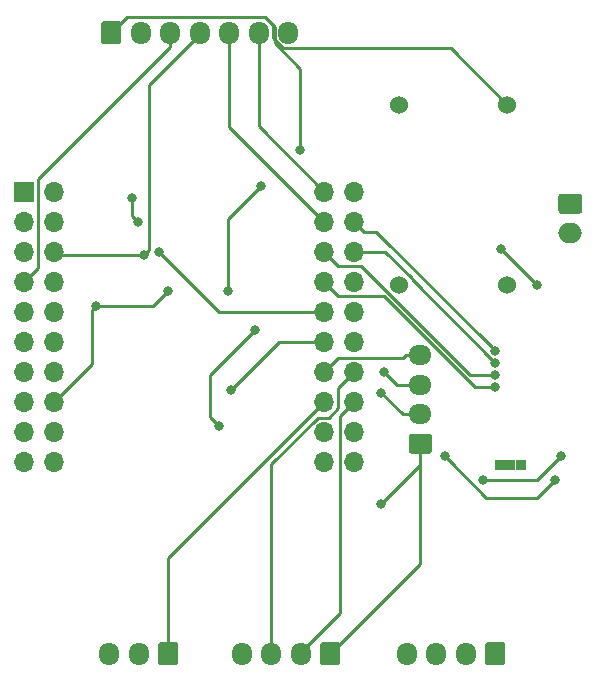
<source format=gbr>
G04 #@! TF.GenerationSoftware,KiCad,Pcbnew,5.0.0-fee4fd1~66~ubuntu16.04.1*
G04 #@! TF.CreationDate,2018-10-28T11:18:26+01:00*
G04 #@! TF.ProjectId,balancebot,62616C616E6365626F742E6B69636164,rev?*
G04 #@! TF.SameCoordinates,Original*
G04 #@! TF.FileFunction,Copper,L2,Bot,Signal*
G04 #@! TF.FilePolarity,Positive*
%FSLAX46Y46*%
G04 Gerber Fmt 4.6, Leading zero omitted, Abs format (unit mm)*
G04 Created by KiCad (PCBNEW 5.0.0-fee4fd1~66~ubuntu16.04.1) date Sun Oct 28 11:18:26 2018*
%MOMM*%
%LPD*%
G01*
G04 APERTURE LIST*
G04 #@! TA.AperFunction,Conductor*
%ADD10C,0.100000*%
G04 #@! TD*
G04 #@! TA.AperFunction,ComponentPad*
%ADD11C,1.700000*%
G04 #@! TD*
G04 #@! TA.AperFunction,ComponentPad*
%ADD12O,1.700000X1.950000*%
G04 #@! TD*
G04 #@! TA.AperFunction,ComponentPad*
%ADD13O,2.000000X1.700000*%
G04 #@! TD*
G04 #@! TA.AperFunction,ComponentPad*
%ADD14O,1.950000X1.700000*%
G04 #@! TD*
G04 #@! TA.AperFunction,ComponentPad*
%ADD15R,0.900000X0.900000*%
G04 #@! TD*
G04 #@! TA.AperFunction,ComponentPad*
%ADD16C,1.524000*%
G04 #@! TD*
G04 #@! TA.AperFunction,ComponentPad*
%ADD17O,1.700000X1.700000*%
G04 #@! TD*
G04 #@! TA.AperFunction,ComponentPad*
%ADD18R,1.700000X1.700000*%
G04 #@! TD*
G04 #@! TA.AperFunction,ViaPad*
%ADD19C,0.800000*%
G04 #@! TD*
G04 #@! TA.AperFunction,Conductor*
%ADD20C,0.250000*%
G04 #@! TD*
G04 APERTURE END LIST*
D10*
G04 #@! TO.N,Net-(J1-Pad1)*
G04 #@! TO.C,J1*
G36*
X157850504Y-105960204D02*
X157874773Y-105963804D01*
X157898571Y-105969765D01*
X157921671Y-105978030D01*
X157943849Y-105988520D01*
X157964893Y-106001133D01*
X157984598Y-106015747D01*
X158002777Y-106032223D01*
X158019253Y-106050402D01*
X158033867Y-106070107D01*
X158046480Y-106091151D01*
X158056970Y-106113329D01*
X158065235Y-106136429D01*
X158071196Y-106160227D01*
X158074796Y-106184496D01*
X158076000Y-106209000D01*
X158076000Y-107659000D01*
X158074796Y-107683504D01*
X158071196Y-107707773D01*
X158065235Y-107731571D01*
X158056970Y-107754671D01*
X158046480Y-107776849D01*
X158033867Y-107797893D01*
X158019253Y-107817598D01*
X158002777Y-107835777D01*
X157984598Y-107852253D01*
X157964893Y-107866867D01*
X157943849Y-107879480D01*
X157921671Y-107889970D01*
X157898571Y-107898235D01*
X157874773Y-107904196D01*
X157850504Y-107907796D01*
X157826000Y-107909000D01*
X156626000Y-107909000D01*
X156601496Y-107907796D01*
X156577227Y-107904196D01*
X156553429Y-107898235D01*
X156530329Y-107889970D01*
X156508151Y-107879480D01*
X156487107Y-107866867D01*
X156467402Y-107852253D01*
X156449223Y-107835777D01*
X156432747Y-107817598D01*
X156418133Y-107797893D01*
X156405520Y-107776849D01*
X156395030Y-107754671D01*
X156386765Y-107731571D01*
X156380804Y-107707773D01*
X156377204Y-107683504D01*
X156376000Y-107659000D01*
X156376000Y-106209000D01*
X156377204Y-106184496D01*
X156380804Y-106160227D01*
X156386765Y-106136429D01*
X156395030Y-106113329D01*
X156405520Y-106091151D01*
X156418133Y-106070107D01*
X156432747Y-106050402D01*
X156449223Y-106032223D01*
X156467402Y-106015747D01*
X156487107Y-106001133D01*
X156508151Y-105988520D01*
X156530329Y-105978030D01*
X156553429Y-105969765D01*
X156577227Y-105963804D01*
X156601496Y-105960204D01*
X156626000Y-105959000D01*
X157826000Y-105959000D01*
X157850504Y-105960204D01*
X157850504Y-105960204D01*
G37*
D11*
G04 #@! TD*
G04 #@! TO.P,J1,1*
G04 #@! TO.N,Net-(J1-Pad1)*
X157226000Y-106934000D03*
D12*
G04 #@! TO.P,J1,2*
G04 #@! TO.N,Net-(J1-Pad2)*
X154726000Y-106934000D03*
G04 #@! TO.P,J1,3*
G04 #@! TO.N,Net-(J1-Pad3)*
X152226000Y-106934000D03*
G04 #@! TO.P,J1,4*
G04 #@! TO.N,Net-(J1-Pad4)*
X149726000Y-106934000D03*
G04 #@! TD*
D10*
G04 #@! TO.N,+BATT*
G04 #@! TO.C,J2*
G36*
X164350504Y-67985204D02*
X164374773Y-67988804D01*
X164398571Y-67994765D01*
X164421671Y-68003030D01*
X164443849Y-68013520D01*
X164464893Y-68026133D01*
X164484598Y-68040747D01*
X164502777Y-68057223D01*
X164519253Y-68075402D01*
X164533867Y-68095107D01*
X164546480Y-68116151D01*
X164556970Y-68138329D01*
X164565235Y-68161429D01*
X164571196Y-68185227D01*
X164574796Y-68209496D01*
X164576000Y-68234000D01*
X164576000Y-69434000D01*
X164574796Y-69458504D01*
X164571196Y-69482773D01*
X164565235Y-69506571D01*
X164556970Y-69529671D01*
X164546480Y-69551849D01*
X164533867Y-69572893D01*
X164519253Y-69592598D01*
X164502777Y-69610777D01*
X164484598Y-69627253D01*
X164464893Y-69641867D01*
X164443849Y-69654480D01*
X164421671Y-69664970D01*
X164398571Y-69673235D01*
X164374773Y-69679196D01*
X164350504Y-69682796D01*
X164326000Y-69684000D01*
X162826000Y-69684000D01*
X162801496Y-69682796D01*
X162777227Y-69679196D01*
X162753429Y-69673235D01*
X162730329Y-69664970D01*
X162708151Y-69654480D01*
X162687107Y-69641867D01*
X162667402Y-69627253D01*
X162649223Y-69610777D01*
X162632747Y-69592598D01*
X162618133Y-69572893D01*
X162605520Y-69551849D01*
X162595030Y-69529671D01*
X162586765Y-69506571D01*
X162580804Y-69482773D01*
X162577204Y-69458504D01*
X162576000Y-69434000D01*
X162576000Y-68234000D01*
X162577204Y-68209496D01*
X162580804Y-68185227D01*
X162586765Y-68161429D01*
X162595030Y-68138329D01*
X162605520Y-68116151D01*
X162618133Y-68095107D01*
X162632747Y-68075402D01*
X162649223Y-68057223D01*
X162667402Y-68040747D01*
X162687107Y-68026133D01*
X162708151Y-68013520D01*
X162730329Y-68003030D01*
X162753429Y-67994765D01*
X162777227Y-67988804D01*
X162801496Y-67985204D01*
X162826000Y-67984000D01*
X164326000Y-67984000D01*
X164350504Y-67985204D01*
X164350504Y-67985204D01*
G37*
D11*
G04 #@! TD*
G04 #@! TO.P,J2,1*
G04 #@! TO.N,+BATT*
X163576000Y-68834000D03*
D13*
G04 #@! TO.P,J2,2*
G04 #@! TO.N,GND*
X163576000Y-71334000D03*
G04 #@! TD*
D10*
G04 #@! TO.N,+5V*
G04 #@! TO.C,J3*
G36*
X130164504Y-105960204D02*
X130188773Y-105963804D01*
X130212571Y-105969765D01*
X130235671Y-105978030D01*
X130257849Y-105988520D01*
X130278893Y-106001133D01*
X130298598Y-106015747D01*
X130316777Y-106032223D01*
X130333253Y-106050402D01*
X130347867Y-106070107D01*
X130360480Y-106091151D01*
X130370970Y-106113329D01*
X130379235Y-106136429D01*
X130385196Y-106160227D01*
X130388796Y-106184496D01*
X130390000Y-106209000D01*
X130390000Y-107659000D01*
X130388796Y-107683504D01*
X130385196Y-107707773D01*
X130379235Y-107731571D01*
X130370970Y-107754671D01*
X130360480Y-107776849D01*
X130347867Y-107797893D01*
X130333253Y-107817598D01*
X130316777Y-107835777D01*
X130298598Y-107852253D01*
X130278893Y-107866867D01*
X130257849Y-107879480D01*
X130235671Y-107889970D01*
X130212571Y-107898235D01*
X130188773Y-107904196D01*
X130164504Y-107907796D01*
X130140000Y-107909000D01*
X128940000Y-107909000D01*
X128915496Y-107907796D01*
X128891227Y-107904196D01*
X128867429Y-107898235D01*
X128844329Y-107889970D01*
X128822151Y-107879480D01*
X128801107Y-107866867D01*
X128781402Y-107852253D01*
X128763223Y-107835777D01*
X128746747Y-107817598D01*
X128732133Y-107797893D01*
X128719520Y-107776849D01*
X128709030Y-107754671D01*
X128700765Y-107731571D01*
X128694804Y-107707773D01*
X128691204Y-107683504D01*
X128690000Y-107659000D01*
X128690000Y-106209000D01*
X128691204Y-106184496D01*
X128694804Y-106160227D01*
X128700765Y-106136429D01*
X128709030Y-106113329D01*
X128719520Y-106091151D01*
X128732133Y-106070107D01*
X128746747Y-106050402D01*
X128763223Y-106032223D01*
X128781402Y-106015747D01*
X128801107Y-106001133D01*
X128822151Y-105988520D01*
X128844329Y-105978030D01*
X128867429Y-105969765D01*
X128891227Y-105963804D01*
X128915496Y-105960204D01*
X128940000Y-105959000D01*
X130140000Y-105959000D01*
X130164504Y-105960204D01*
X130164504Y-105960204D01*
G37*
D11*
G04 #@! TD*
G04 #@! TO.P,J3,1*
G04 #@! TO.N,+5V*
X129540000Y-106934000D03*
D12*
G04 #@! TO.P,J3,2*
G04 #@! TO.N,Net-(J3-Pad2)*
X127040000Y-106934000D03*
G04 #@! TO.P,J3,3*
G04 #@! TO.N,GND*
X124540000Y-106934000D03*
G04 #@! TD*
G04 #@! TO.P,J4,4*
G04 #@! TO.N,GND*
X135756000Y-106934000D03*
G04 #@! TO.P,J4,3*
G04 #@! TO.N,IO0*
X138256000Y-106934000D03*
G04 #@! TO.P,J4,2*
G04 #@! TO.N,IO2*
X140756000Y-106934000D03*
D10*
G04 #@! TD*
G04 #@! TO.N,+3V3*
G04 #@! TO.C,J4*
G36*
X143880504Y-105960204D02*
X143904773Y-105963804D01*
X143928571Y-105969765D01*
X143951671Y-105978030D01*
X143973849Y-105988520D01*
X143994893Y-106001133D01*
X144014598Y-106015747D01*
X144032777Y-106032223D01*
X144049253Y-106050402D01*
X144063867Y-106070107D01*
X144076480Y-106091151D01*
X144086970Y-106113329D01*
X144095235Y-106136429D01*
X144101196Y-106160227D01*
X144104796Y-106184496D01*
X144106000Y-106209000D01*
X144106000Y-107659000D01*
X144104796Y-107683504D01*
X144101196Y-107707773D01*
X144095235Y-107731571D01*
X144086970Y-107754671D01*
X144076480Y-107776849D01*
X144063867Y-107797893D01*
X144049253Y-107817598D01*
X144032777Y-107835777D01*
X144014598Y-107852253D01*
X143994893Y-107866867D01*
X143973849Y-107879480D01*
X143951671Y-107889970D01*
X143928571Y-107898235D01*
X143904773Y-107904196D01*
X143880504Y-107907796D01*
X143856000Y-107909000D01*
X142656000Y-107909000D01*
X142631496Y-107907796D01*
X142607227Y-107904196D01*
X142583429Y-107898235D01*
X142560329Y-107889970D01*
X142538151Y-107879480D01*
X142517107Y-107866867D01*
X142497402Y-107852253D01*
X142479223Y-107835777D01*
X142462747Y-107817598D01*
X142448133Y-107797893D01*
X142435520Y-107776849D01*
X142425030Y-107754671D01*
X142416765Y-107731571D01*
X142410804Y-107707773D01*
X142407204Y-107683504D01*
X142406000Y-107659000D01*
X142406000Y-106209000D01*
X142407204Y-106184496D01*
X142410804Y-106160227D01*
X142416765Y-106136429D01*
X142425030Y-106113329D01*
X142435520Y-106091151D01*
X142448133Y-106070107D01*
X142462747Y-106050402D01*
X142479223Y-106032223D01*
X142497402Y-106015747D01*
X142517107Y-106001133D01*
X142538151Y-105988520D01*
X142560329Y-105978030D01*
X142583429Y-105969765D01*
X142607227Y-105963804D01*
X142631496Y-105960204D01*
X142656000Y-105959000D01*
X143856000Y-105959000D01*
X143880504Y-105960204D01*
X143880504Y-105960204D01*
G37*
D11*
G04 #@! TO.P,J4,1*
G04 #@! TO.N,+3V3*
X143256000Y-106934000D03*
G04 #@! TD*
D10*
G04 #@! TO.N,+3V3*
G04 #@! TO.C,J5*
G36*
X151625504Y-88305204D02*
X151649773Y-88308804D01*
X151673571Y-88314765D01*
X151696671Y-88323030D01*
X151718849Y-88333520D01*
X151739893Y-88346133D01*
X151759598Y-88360747D01*
X151777777Y-88377223D01*
X151794253Y-88395402D01*
X151808867Y-88415107D01*
X151821480Y-88436151D01*
X151831970Y-88458329D01*
X151840235Y-88481429D01*
X151846196Y-88505227D01*
X151849796Y-88529496D01*
X151851000Y-88554000D01*
X151851000Y-89754000D01*
X151849796Y-89778504D01*
X151846196Y-89802773D01*
X151840235Y-89826571D01*
X151831970Y-89849671D01*
X151821480Y-89871849D01*
X151808867Y-89892893D01*
X151794253Y-89912598D01*
X151777777Y-89930777D01*
X151759598Y-89947253D01*
X151739893Y-89961867D01*
X151718849Y-89974480D01*
X151696671Y-89984970D01*
X151673571Y-89993235D01*
X151649773Y-89999196D01*
X151625504Y-90002796D01*
X151601000Y-90004000D01*
X150151000Y-90004000D01*
X150126496Y-90002796D01*
X150102227Y-89999196D01*
X150078429Y-89993235D01*
X150055329Y-89984970D01*
X150033151Y-89974480D01*
X150012107Y-89961867D01*
X149992402Y-89947253D01*
X149974223Y-89930777D01*
X149957747Y-89912598D01*
X149943133Y-89892893D01*
X149930520Y-89871849D01*
X149920030Y-89849671D01*
X149911765Y-89826571D01*
X149905804Y-89802773D01*
X149902204Y-89778504D01*
X149901000Y-89754000D01*
X149901000Y-88554000D01*
X149902204Y-88529496D01*
X149905804Y-88505227D01*
X149911765Y-88481429D01*
X149920030Y-88458329D01*
X149930520Y-88436151D01*
X149943133Y-88415107D01*
X149957747Y-88395402D01*
X149974223Y-88377223D01*
X149992402Y-88360747D01*
X150012107Y-88346133D01*
X150033151Y-88333520D01*
X150055329Y-88323030D01*
X150078429Y-88314765D01*
X150102227Y-88308804D01*
X150126496Y-88305204D01*
X150151000Y-88304000D01*
X151601000Y-88304000D01*
X151625504Y-88305204D01*
X151625504Y-88305204D01*
G37*
D11*
G04 #@! TD*
G04 #@! TO.P,J5,1*
G04 #@! TO.N,+3V3*
X150876000Y-89154000D03*
D14*
G04 #@! TO.P,J5,2*
G04 #@! TO.N,IO4*
X150876000Y-86654000D03*
G04 #@! TO.P,J5,3*
G04 #@! TO.N,IO17*
X150876000Y-84154000D03*
G04 #@! TO.P,J5,4*
G04 #@! TO.N,GND*
X150876000Y-81654000D03*
G04 #@! TD*
D10*
G04 #@! TO.N,+5V*
G04 #@! TO.C,J6*
G36*
X125338504Y-53382204D02*
X125362773Y-53385804D01*
X125386571Y-53391765D01*
X125409671Y-53400030D01*
X125431849Y-53410520D01*
X125452893Y-53423133D01*
X125472598Y-53437747D01*
X125490777Y-53454223D01*
X125507253Y-53472402D01*
X125521867Y-53492107D01*
X125534480Y-53513151D01*
X125544970Y-53535329D01*
X125553235Y-53558429D01*
X125559196Y-53582227D01*
X125562796Y-53606496D01*
X125564000Y-53631000D01*
X125564000Y-55081000D01*
X125562796Y-55105504D01*
X125559196Y-55129773D01*
X125553235Y-55153571D01*
X125544970Y-55176671D01*
X125534480Y-55198849D01*
X125521867Y-55219893D01*
X125507253Y-55239598D01*
X125490777Y-55257777D01*
X125472598Y-55274253D01*
X125452893Y-55288867D01*
X125431849Y-55301480D01*
X125409671Y-55311970D01*
X125386571Y-55320235D01*
X125362773Y-55326196D01*
X125338504Y-55329796D01*
X125314000Y-55331000D01*
X124114000Y-55331000D01*
X124089496Y-55329796D01*
X124065227Y-55326196D01*
X124041429Y-55320235D01*
X124018329Y-55311970D01*
X123996151Y-55301480D01*
X123975107Y-55288867D01*
X123955402Y-55274253D01*
X123937223Y-55257777D01*
X123920747Y-55239598D01*
X123906133Y-55219893D01*
X123893520Y-55198849D01*
X123883030Y-55176671D01*
X123874765Y-55153571D01*
X123868804Y-55129773D01*
X123865204Y-55105504D01*
X123864000Y-55081000D01*
X123864000Y-53631000D01*
X123865204Y-53606496D01*
X123868804Y-53582227D01*
X123874765Y-53558429D01*
X123883030Y-53535329D01*
X123893520Y-53513151D01*
X123906133Y-53492107D01*
X123920747Y-53472402D01*
X123937223Y-53454223D01*
X123955402Y-53437747D01*
X123975107Y-53423133D01*
X123996151Y-53410520D01*
X124018329Y-53400030D01*
X124041429Y-53391765D01*
X124065227Y-53385804D01*
X124089496Y-53382204D01*
X124114000Y-53381000D01*
X125314000Y-53381000D01*
X125338504Y-53382204D01*
X125338504Y-53382204D01*
G37*
D11*
G04 #@! TD*
G04 #@! TO.P,J6,1*
G04 #@! TO.N,+5V*
X124714000Y-54356000D03*
D12*
G04 #@! TO.P,J6,2*
G04 #@! TO.N,+3V3*
X127214000Y-54356000D03*
G04 #@! TO.P,J6,3*
G04 #@! TO.N,IO35*
X129714000Y-54356000D03*
G04 #@! TO.P,J6,4*
G04 #@! TO.N,IO26*
X132214000Y-54356000D03*
G04 #@! TO.P,J6,5*
G04 #@! TO.N,RXD*
X134714000Y-54356000D03*
G04 #@! TO.P,J6,6*
G04 #@! TO.N,TXD*
X137214000Y-54356000D03*
G04 #@! TO.P,J6,7*
G04 #@! TO.N,GND*
X139714000Y-54356000D03*
G04 #@! TD*
D15*
G04 #@! TO.P,U2,13*
G04 #@! TO.N,GND*
X159396000Y-90932000D03*
X158496000Y-90932000D03*
X157596000Y-90932000D03*
G04 #@! TD*
D16*
G04 #@! TO.P,U4,IN-*
G04 #@! TO.N,GND*
X149098000Y-75692000D03*
G04 #@! TO.P,U4,OUT-*
X149098000Y-60452000D03*
G04 #@! TO.P,U4,OUT+*
G04 #@! TO.N,+5V*
X158242000Y-60452000D03*
G04 #@! TO.P,U4,IN+*
G04 #@! TO.N,+BATT*
X158242000Y-75692000D03*
G04 #@! TD*
D17*
G04 #@! TO.P,U3,40*
G04 #@! TO.N,N/C*
X145288000Y-90678000D03*
G04 #@! TO.P,U3,39*
X142748000Y-90678000D03*
G04 #@! TO.P,U3,38*
X145288000Y-88138000D03*
G04 #@! TO.P,U3,37*
X142748000Y-88138000D03*
G04 #@! TO.P,U3,36*
G04 #@! TO.N,IO2*
X145288000Y-85598000D03*
G04 #@! TO.P,U3,35*
G04 #@! TO.N,+5V*
X142748000Y-85598000D03*
G04 #@! TO.P,U3,34*
G04 #@! TO.N,IO0*
X145288000Y-83058000D03*
G04 #@! TO.P,U3,33*
G04 #@! TO.N,GND*
X142748000Y-83058000D03*
G04 #@! TO.P,U3,32*
G04 #@! TO.N,IO4*
X145288000Y-80518000D03*
G04 #@! TO.P,U3,31*
G04 #@! TO.N,Net-(R3-Pad1)*
X142748000Y-80518000D03*
G04 #@! TO.P,U3,30*
G04 #@! TO.N,N/C*
X145288000Y-77978000D03*
G04 #@! TO.P,U3,29*
G04 #@! TO.N,IO17*
X142748000Y-77978000D03*
G04 #@! TO.P,U3,28*
G04 #@! TO.N,IO32*
X145288000Y-75438000D03*
G04 #@! TO.P,U3,27*
G04 #@! TO.N,APHASE*
X142748000Y-75438000D03*
G04 #@! TO.P,U3,26*
G04 #@! TO.N,BPHASE*
X145288000Y-72898000D03*
G04 #@! TO.P,U3,25*
G04 #@! TO.N,AENBL*
X142748000Y-72898000D03*
G04 #@! TO.P,U3,24*
G04 #@! TO.N,BENBL*
X145288000Y-70358000D03*
G04 #@! TO.P,U3,23*
G04 #@! TO.N,RXD*
X142748000Y-70358000D03*
G04 #@! TO.P,U3,22*
G04 #@! TO.N,GND*
X145288000Y-67818000D03*
G04 #@! TO.P,U3,21*
G04 #@! TO.N,TXD*
X142748000Y-67818000D03*
G04 #@! TO.P,U3,20*
G04 #@! TO.N,N/C*
X119888000Y-90678000D03*
G04 #@! TO.P,U3,19*
X117348000Y-90678000D03*
G04 #@! TO.P,U3,18*
X119888000Y-88138000D03*
G04 #@! TO.P,U3,17*
X117348000Y-88138000D03*
G04 #@! TO.P,U3,16*
G04 #@! TO.N,+3V3*
X119888000Y-85598000D03*
G04 #@! TO.P,U3,15*
G04 #@! TO.N,N/C*
X117348000Y-85598000D03*
G04 #@! TO.P,U3,14*
X119888000Y-83058000D03*
G04 #@! TO.P,U3,13*
X117348000Y-83058000D03*
G04 #@! TO.P,U3,12*
X119888000Y-80518000D03*
G04 #@! TO.P,U3,11*
X117348000Y-80518000D03*
G04 #@! TO.P,U3,10*
G04 #@! TO.N,IO19*
X119888000Y-77978000D03*
G04 #@! TO.P,U3,9*
G04 #@! TO.N,N/C*
X117348000Y-77978000D03*
G04 #@! TO.P,U3,8*
G04 #@! TO.N,IO18*
X119888000Y-75438000D03*
G04 #@! TO.P,U3,7*
G04 #@! TO.N,IO35*
X117348000Y-75438000D03*
G04 #@! TO.P,U3,6*
G04 #@! TO.N,IO26*
X119888000Y-72898000D03*
G04 #@! TO.P,U3,5*
G04 #@! TO.N,N/C*
X117348000Y-72898000D03*
G04 #@! TO.P,U3,4*
X119888000Y-70358000D03*
G04 #@! TO.P,U3,3*
X117348000Y-70358000D03*
G04 #@! TO.P,U3,2*
X119888000Y-67818000D03*
D18*
G04 #@! TO.P,U3,1*
G04 #@! TO.N,GND*
X117348000Y-67818000D03*
G04 #@! TD*
D19*
G04 #@! TO.N,+BATT*
X156210000Y-92202000D03*
X162814000Y-90170000D03*
G04 #@! TO.N,GND*
X157734000Y-72644000D03*
X160782000Y-75692000D03*
G04 #@! TO.N,+3V3*
X162306000Y-92202000D03*
X126492000Y-68326000D03*
X127000000Y-70358000D03*
X152986565Y-90232490D03*
X129540000Y-76200000D03*
X123444000Y-77470000D03*
X147574000Y-94234000D03*
X133858000Y-87630000D03*
X136906000Y-79502000D03*
G04 #@! TO.N,+5V*
X134620000Y-76200000D03*
X137414000Y-67310000D03*
X140716000Y-64262000D03*
G04 #@! TO.N,Net-(R3-Pad1)*
X134874000Y-84582000D03*
G04 #@! TO.N,APHASE*
X157226000Y-84328000D03*
G04 #@! TO.N,AENBL*
X157226000Y-83312000D03*
G04 #@! TO.N,BPHASE*
X157226000Y-82296000D03*
G04 #@! TO.N,BENBL*
X157230660Y-81275340D03*
G04 #@! TO.N,IO17*
X128778000Y-72898000D03*
X147828000Y-83058000D03*
G04 #@! TO.N,IO4*
X147574000Y-84836000D03*
G04 #@! TO.N,IO26*
X127508000Y-73152000D03*
G04 #@! TD*
D20*
G04 #@! TO.N,+BATT*
X160782000Y-92202000D02*
X162814000Y-90170000D01*
X156210000Y-92202000D02*
X160782000Y-92202000D01*
G04 #@! TO.N,GND*
X157734000Y-72644000D02*
X160782000Y-75692000D01*
X143597999Y-82208001D02*
X142748000Y-83058000D01*
X143923001Y-81882999D02*
X143597999Y-82208001D01*
X149422001Y-81882999D02*
X143923001Y-81882999D01*
X149651000Y-81654000D02*
X149422001Y-81882999D01*
X150876000Y-81654000D02*
X149651000Y-81654000D01*
G04 #@! TO.N,+3V3*
X126492000Y-69850000D02*
X127000000Y-70358000D01*
X126492000Y-68326000D02*
X126492000Y-69850000D01*
X156480075Y-93726000D02*
X153386564Y-90632489D01*
X160782000Y-93726000D02*
X156480075Y-93726000D01*
X162306000Y-92202000D02*
X160782000Y-93726000D01*
X153386564Y-90632489D02*
X152986565Y-90232490D01*
X128270000Y-77470000D02*
X123444000Y-77470000D01*
X129540000Y-76200000D02*
X128270000Y-77470000D01*
X120737999Y-84748001D02*
X119888000Y-85598000D01*
X123044001Y-82441999D02*
X120737999Y-84748001D01*
X123044001Y-77869999D02*
X123044001Y-82441999D01*
X123444000Y-77470000D02*
X123044001Y-77869999D01*
X150876000Y-99314000D02*
X143256000Y-106934000D01*
X150876000Y-89154000D02*
X150876000Y-99314000D01*
X150876000Y-90932000D02*
X147574000Y-94234000D01*
X150876000Y-89154000D02*
X150876000Y-90932000D01*
X133858000Y-87630000D02*
X133096000Y-86868000D01*
X133096000Y-83312000D02*
X136906000Y-79502000D01*
X133096000Y-86868000D02*
X133096000Y-83312000D01*
G04 #@! TO.N,+5V*
X129540000Y-98806000D02*
X129540000Y-106934000D01*
X142748000Y-85598000D02*
X129540000Y-98806000D01*
X125612372Y-53457628D02*
X124714000Y-54356000D01*
X137700705Y-53055990D02*
X126014010Y-53055990D01*
X138389010Y-54817725D02*
X138389010Y-53744295D01*
X139227295Y-55656010D02*
X138389010Y-54817725D01*
X126014010Y-53055990D02*
X125612372Y-53457628D01*
X153446010Y-55656010D02*
X139227295Y-55656010D01*
X138389010Y-53744295D02*
X137700705Y-53055990D01*
X158242000Y-60452000D02*
X153446010Y-55656010D01*
X134620000Y-70104000D02*
X137414000Y-67310000D01*
X134620000Y-76200000D02*
X134620000Y-70104000D01*
X138538990Y-53894275D02*
X138538990Y-55226990D01*
X137700705Y-53055990D02*
X138538990Y-53894275D01*
X124714000Y-54356000D02*
X126014010Y-53055990D01*
X140716000Y-57404000D02*
X140716000Y-64262000D01*
X138538990Y-55226990D02*
X140716000Y-57404000D01*
G04 #@! TO.N,Net-(R3-Pad1)*
X138938000Y-80518000D02*
X142748000Y-80518000D01*
X134874000Y-84582000D02*
X138938000Y-80518000D01*
G04 #@! TO.N,APHASE*
X143923001Y-76613001D02*
X142748000Y-75438000D01*
X147773828Y-76613001D02*
X143923001Y-76613001D01*
X155488827Y-84328000D02*
X147773828Y-76613001D01*
X157226000Y-84328000D02*
X155488827Y-84328000D01*
G04 #@! TO.N,AENBL*
X143597999Y-73747999D02*
X142748000Y-72898000D01*
X155109238Y-83312000D02*
X145870239Y-74073001D01*
X143923001Y-74073001D02*
X143597999Y-73747999D01*
X157226000Y-83312000D02*
X155109238Y-83312000D01*
X145870239Y-74073001D02*
X143923001Y-74073001D01*
G04 #@! TO.N,BPHASE*
X157226000Y-82296000D02*
X150185001Y-75255001D01*
X147912762Y-72898000D02*
X146490081Y-72898000D01*
X150185001Y-75170239D02*
X147912762Y-72898000D01*
X150185001Y-75255001D02*
X150185001Y-75170239D01*
X146490081Y-72898000D02*
X145288000Y-72898000D01*
G04 #@! TO.N,BENBL*
X156830661Y-80875341D02*
X157230660Y-81275340D01*
X146137999Y-71207999D02*
X147163319Y-71207999D01*
X147163319Y-71207999D02*
X156830661Y-80875341D01*
X145288000Y-70358000D02*
X146137999Y-71207999D01*
G04 #@! TO.N,IO17*
X133858000Y-77978000D02*
X142748000Y-77978000D01*
X128778000Y-72898000D02*
X133858000Y-77978000D01*
X148924000Y-84154000D02*
X147828000Y-83058000D01*
X150876000Y-84154000D02*
X148924000Y-84154000D01*
G04 #@! TO.N,IO2*
X144112999Y-103452001D02*
X140756000Y-106809000D01*
X144112999Y-86773001D02*
X144112999Y-103452001D01*
X140756000Y-106809000D02*
X140756000Y-106934000D01*
X145288000Y-85598000D02*
X144112999Y-86773001D01*
G04 #@! TO.N,IO0*
X138256000Y-90890998D02*
X138256000Y-105709000D01*
X142183999Y-86962999D02*
X138256000Y-90890998D01*
X143122003Y-86962999D02*
X142183999Y-86962999D01*
X143923001Y-86162001D02*
X143122003Y-86962999D01*
X138256000Y-105709000D02*
X138256000Y-106934000D01*
X143923001Y-84422999D02*
X143923001Y-86162001D01*
X145288000Y-83058000D02*
X143923001Y-84422999D01*
G04 #@! TO.N,IO4*
X149392000Y-86654000D02*
X147574000Y-84836000D01*
X150876000Y-86654000D02*
X149392000Y-86654000D01*
G04 #@! TO.N,RXD*
X134714000Y-62324000D02*
X134714000Y-54356000D01*
X142748000Y-70358000D02*
X134714000Y-62324000D01*
G04 #@! TO.N,TXD*
X137214000Y-62284000D02*
X142748000Y-67818000D01*
X137214000Y-54356000D02*
X137214000Y-62284000D01*
G04 #@! TO.N,IO35*
X118197999Y-74588001D02*
X117348000Y-75438000D01*
X118523001Y-74262999D02*
X118197999Y-74588001D01*
X118523001Y-66771999D02*
X118523001Y-74262999D01*
X129714000Y-55581000D02*
X118523001Y-66771999D01*
X129714000Y-54356000D02*
X129714000Y-55581000D01*
G04 #@! TO.N,IO26*
X120142000Y-73152000D02*
X119888000Y-72898000D01*
X127508000Y-73152000D02*
X120142000Y-73152000D01*
X132214000Y-54481000D02*
X132214000Y-54356000D01*
X127907999Y-72752001D02*
X127907999Y-58787001D01*
X127907999Y-58787001D02*
X132214000Y-54481000D01*
X127508000Y-73152000D02*
X127907999Y-72752001D01*
G04 #@! TD*
M02*

</source>
